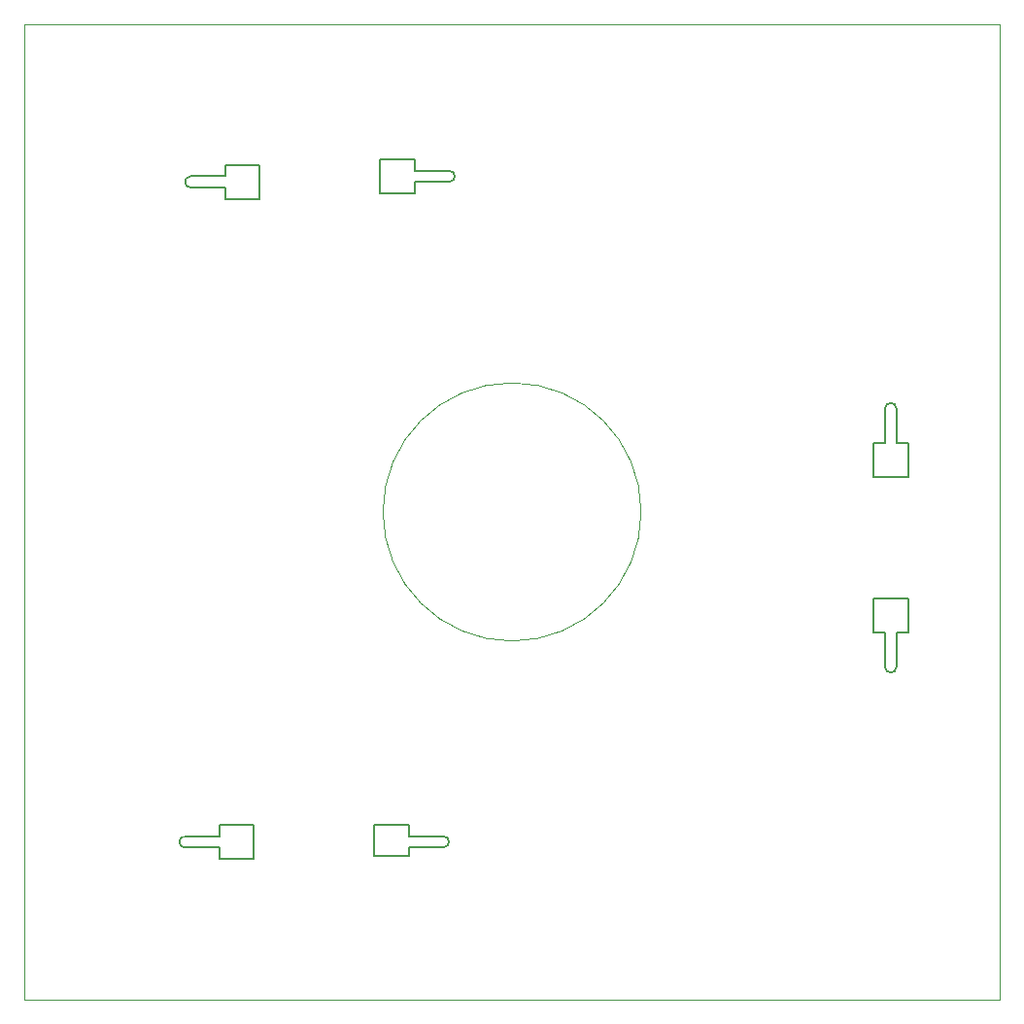
<source format=gm1>
G04 #@! TF.FileFunction,Profile,NP*
%FSLAX46Y46*%
G04 Gerber Fmt 4.6, Leading zero omitted, Abs format (unit mm)*
G04 Created by KiCad (PCBNEW 4.0.2+dfsg1-stable) date tor 18 maj 2017 17:38:11*
%MOMM*%
G01*
G04 APERTURE LIST*
%ADD10C,0.100000*%
%ADD11C,0.150000*%
%ADD12C,0.001000*%
G04 APERTURE END LIST*
D10*
D11*
X91500000Y-72250000D02*
X91500000Y-71250000D01*
X132500000Y-91000000D02*
X132500000Y-94000000D01*
X133500000Y-91000000D02*
G75*
G03X132500000Y-91000000I-500000J0D01*
G01*
X133500000Y-94000000D02*
X133500000Y-91000000D01*
X134500000Y-94000000D02*
X133500000Y-94000000D01*
X132500000Y-94000000D02*
X131500000Y-94000000D01*
X131500000Y-94000000D02*
X131500000Y-97000000D01*
X131500000Y-97000000D02*
X134500000Y-97000000D01*
X134500000Y-97000000D02*
X134500000Y-94000000D01*
X132500000Y-113500000D02*
X132500000Y-110500000D01*
X133500000Y-113500000D02*
G75*
G02X132500000Y-113500000I-500000J0D01*
G01*
X133500000Y-110500000D02*
X133500000Y-113500000D01*
X134500000Y-110500000D02*
X133500000Y-110500000D01*
X132500000Y-110500000D02*
X131500000Y-110500000D01*
X131500000Y-110500000D02*
X131500000Y-107500000D01*
X131500000Y-107500000D02*
X134500000Y-107500000D01*
X134500000Y-107500000D02*
X134500000Y-110500000D01*
X75000000Y-70750000D02*
X75000000Y-69750000D01*
X78000000Y-69750000D02*
X78000000Y-72750000D01*
X78000000Y-72750000D02*
X75000000Y-72750000D01*
X75000000Y-72750000D02*
X75000000Y-71750000D01*
X75000000Y-69750000D02*
X78000000Y-69750000D01*
X72000000Y-70750000D02*
X75000000Y-70750000D01*
X75000000Y-71750000D02*
X72000000Y-71750000D01*
X72000000Y-71750000D02*
G75*
G02X72000000Y-70750000I0J500000D01*
G01*
X91500000Y-70250000D02*
X91500000Y-69250000D01*
X88500000Y-69250000D02*
X88500000Y-72250000D01*
X88500000Y-72250000D02*
X91500000Y-72250000D01*
X91500000Y-69250000D02*
X88500000Y-69250000D01*
X94500000Y-70250000D02*
X91500000Y-70250000D01*
X91500000Y-71250000D02*
X94500000Y-71250000D01*
X94500000Y-71250000D02*
G75*
G03X94500000Y-70250000I0J500000D01*
G01*
X94000000Y-129250000D02*
G75*
G03X94000000Y-128250000I0J500000D01*
G01*
X71500000Y-128250000D02*
G75*
G03X71500000Y-129250000I0J-500000D01*
G01*
X77500000Y-130250000D02*
X77500000Y-127250000D01*
X74500000Y-130250000D02*
X77500000Y-130250000D01*
X74500000Y-129250000D02*
X74500000Y-130250000D01*
X71500000Y-129250000D02*
X74500000Y-129250000D01*
X74500000Y-128250000D02*
X71500000Y-128250000D01*
X74500000Y-127250000D02*
X74500000Y-128250000D01*
X77500000Y-127250000D02*
X74500000Y-127250000D01*
X88000000Y-130000000D02*
X88000000Y-127250000D01*
X91000000Y-130000000D02*
X88000000Y-130000000D01*
X91000000Y-129250000D02*
X91000000Y-130000000D01*
X94000000Y-129250000D02*
X91000000Y-129250000D01*
X91000000Y-128250000D02*
X94000000Y-128250000D01*
X91000000Y-127250000D02*
X91000000Y-128250000D01*
X88000000Y-127250000D02*
X91000000Y-127250000D01*
D12*
X111250000Y-100000000D02*
G75*
G03X111250000Y-100000000I-11250000J0D01*
G01*
X57500000Y-142500000D02*
X57500000Y-57500000D01*
X142500000Y-142500000D02*
X57500000Y-142500000D01*
X142500000Y-57500000D02*
X142500000Y-142500000D01*
X57500000Y-57500000D02*
X142500000Y-57500000D01*
M02*

</source>
